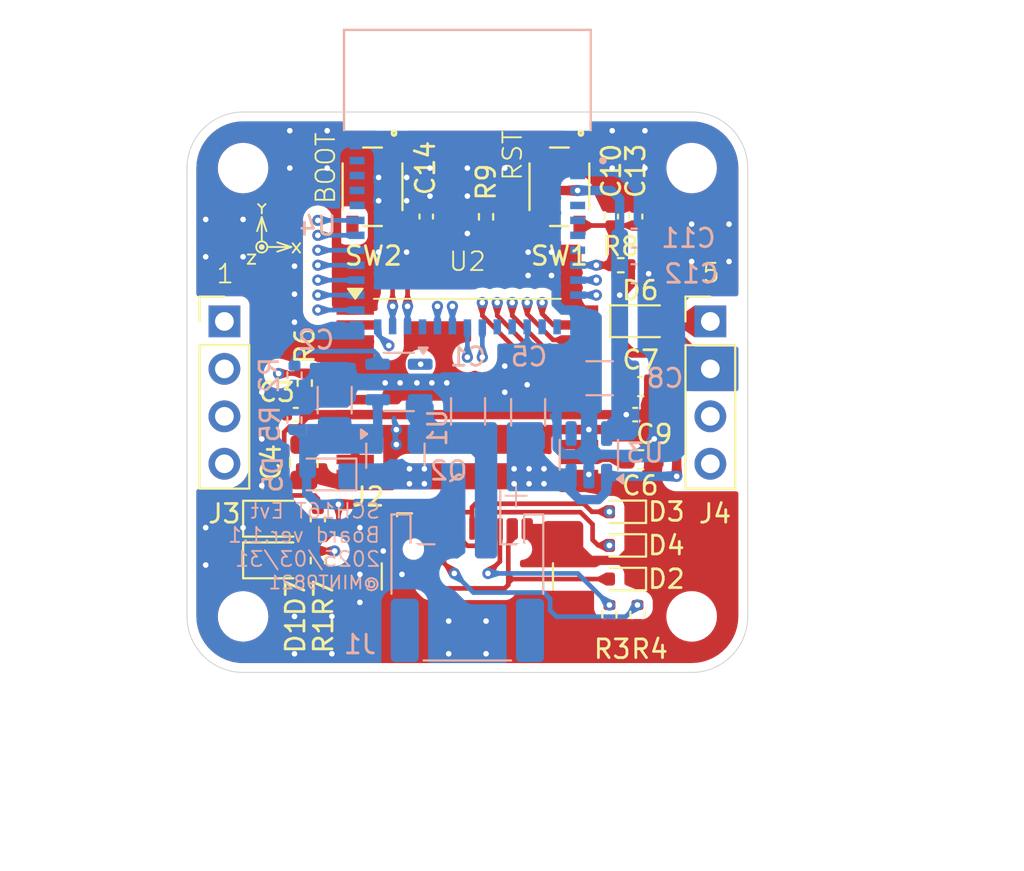
<source format=kicad_pcb>
(kicad_pcb (version 20221018) (generator pcbnew)
  (layers (0 "F.Cu" signal) (1 "In1.Cu" signal) (2 "In2.Cu" signal) (31 "B.Cu" signal) (34 "B.Paste" user) (35 "F.Paste" user) (36 "B.SilkS" user "B.Silkscreen") (37 "F.SilkS" user "F.Silkscreen") (38 "B.Mask" user) (39 "F.Mask" user) (44 "Edge.Cuts" user))
  (net 0 "")
  (net 1 "+BATT")
  (net 2 "GND")
  (net 3 "VBUS")
  (net 4 "+3.3V")
  (net 5 "Net-(U2-VREGA)")
  (net 6 "VDD")
  (net 7 "Net-(U2-VREGD)")
  (net 8 "/EN")
  (net 9 "/IO9")
  (net 10 "Net-(D1-K)")
  (net 11 "/DM")
  (net 12 "/DP")
  (net 13 "+5V")
  (net 14 "Net-(D7-A)")
  (net 15 "Net-(J2-CC1)")
  (net 17 "Net-(J2-CC2)")
  (net 19 "/RX_1")
  (net 20 "/TX_1")
  (net 21 "/PPS")
  (net 22 "/GPIO")
  (net 23 "/TX_2")
  (net 24 "/RX_2")
  (net 25 "Net-(U1-STAT)")
  (net 26 "Net-(U1-PROG)")
  (net 27 "/EXTRESN")
  (net 28 "/IO8")
  (net 34 "/MISO")
  (net 35 "/DRY_SYNC")
  (net 36 "/SCK")
  (net 37 "/CS")
  (net 38 "/MOSI")
  (footprint "Diode_SMD:D_SOD-323" (layer "F.Cu") (at 159.25 96.2)
    (fp_text reference "D6")
    (fp_text value "1N5819WS\n")
  )
  (footprint "Capacitor_SMD:C_0402_1005Metric" (layer "F.Cu") (at 159 90.595 90)
    (fp_text reference "C13")
    (fp_text value "1.0u")
  )
  (footprint "MountingHole:MountingHole_2.2mm_M2_ISO7380" (layer "F.Cu") (at 162 88)
    (fp_text reference "REF**" hide)
    (fp_text value "MountingHole_2.2mm_M2_ISO7380")
  )
  (footprint "Connector_PinHeader_2.54mm:PinHeader_1x04_P2.54mm_Vertical" (layer "F.Cu") (at 137 96.21)
    (fp_text reference "J3")
    (fp_text value "Conn_01x04_Pin")
  )
  (footprint "Resistor_SMD:R_0402_1005Metric" (layer "F.Cu") (at 151 90.61 90)
    (fp_text reference "R9")
    (fp_text value "10k")
  )
  (footprint "Resistor_SMD:R_0402_1005Metric" (layer "F.Cu") (at 141.3 99.51 -90)
    (fp_text reference "R6")
    (fp_text value "10k")
  )
  (footprint "MountingHole:MountingHole_2.2mm_M2_ISO7380" (layer "F.Cu") (at 162 112)
    (fp_text reference "REF**" hide)
    (fp_text value "MountingHole_2.2mm_M2_ISO7380")
  )
  (footprint "Resistor_SMD:R_0402_1005Metric" (layer "F.Cu") (at 142 106.76 -90)
    (fp_text reference "R7")
    (fp_text value "4.7k")
  )
  (footprint "Capacitor_SMD:C_0805_2012Metric" (layer "F.Cu") (at 141.25 103.75 -90)
    (fp_text reference "C4")
    (fp_text value "10u")
  )
  (footprint "Diode_SMD:D_0805_2012Metric" (layer "F.Cu") (at 139.6875 106.77)
    (fp_text reference "D7")
    (fp_text value "LED")
  )
  (footprint "Diode_SMD:D_SOD-523" (layer "F.Cu") (at 158.3 106.4 180)
    (fp_text reference "D3")
    (fp_text value "LESD5D5.0CT1G")
  )
  (footprint "Capacitor_SMD:C_0402_1005Metric" (layer "F.Cu") (at 158.98 101.2)
    (fp_text reference "C9")
    (fp_text value "0.1u")
  )
  (footprint "SKRPACE010:SW_SKRPACE010" (layer "F.Cu") (at 154.925 89 -90)
    (fp_text reference "SW1")
    (fp_text value "SKRPACE010")
  )
  (footprint "Capacitor_SMD:C_0402_1005Metric" (layer "F.Cu") (at 157.7 90.595 90)
    (fp_text reference "C10")
    (fp_text value "0.1u")
  )
  (footprint "Connector_USB:USB_C_Receptacle_GCT_USB4110" (layer "F.Cu") (at 150 111)
    (fp_text reference "J2")
    (fp_text value "USB_C_Receptacle_USB2.0_16P")
  )
  (footprint "Resistor_SMD:R_0402_1005Metric" (layer "F.Cu") (at 157.6 111.9 -90)
    (fp_text reference "R3")
    (fp_text value "5.1k")
  )
  (footprint "SCH16XX:SCH16XX" (layer "F.Cu") (at 150 100)
    (fp_text reference "U2")
    (fp_text value "~")
  )
  (footprint "Capacitor_SMD:C_0603_1608Metric" (layer "F.Cu") (at 159.275 99.7)
    (fp_text reference "C7")
    (fp_text value "1.0u")
  )
  (footprint "SKRPACE010:SW_SKRPACE010" (layer "F.Cu") (at 144.925 89 -90)
    (fp_text reference "SW2")
    (fp_text value "SKRPACE010")
  )
  (footprint "Capacitor_SMD:C_0603_1608Metric" (layer "F.Cu") (at 159.275 103.613)
    (fp_text reference "C6")
    (fp_text value "1.0u")
  )
  (footprint "Diode_SMD:D_SOD-523" (layer "F.Cu") (at 158.3 108.2 180)
    (fp_text reference "D4")
    (fp_text value "LESD5D5.0CT1G")
  )
  (footprint "Diode_SMD:D_SOD-523" (layer "F.Cu") (at 158.3 110 180)
    (fp_text reference "D2")
    (fp_text value "LESD5D5.0CT1G")
  )
  (footprint "Resistor_SMD:R_0402_1005Metric" (layer "F.Cu") (at 142 109.01 90)
    (fp_text reference "R1")
    (fp_text value "4.7k")
  )
  (footprint "Capacitor_SMD:C_0402_1005Metric" (layer "F.Cu") (at 140.82 101.2 180)
    (fp_text reference "C3")
    (fp_text value "0.1u")
  )
  (footprint "Diode_SMD:D_0805_2012Metric" (layer "F.Cu") (at 139.6875 109)
    (fp_text reference "D1")
    (fp_text value "LED")
  )
  (footprint "MountingHole:MountingHole_2.2mm_M2_ISO7380" (layer "F.Cu") (at 138 112)
    (fp_text reference "REF**" hide)
    (fp_text value "MountingHole_2.2mm_M2_ISO7380")
  )
  (footprint "Capacitor_SMD:C_0402_1005Metric" (layer "F.Cu") (at 147.8 90.595 90)
    (fp_text reference "C14")
    (fp_text value "0.1u")
  )
  (footprint "Connector_PinHeader_2.54mm:PinHeader_1x04_P2.54mm_Vertical" (layer "F.Cu") (at 163 96.21)
    (fp_text reference "J4")
    (fp_text value "Conn_01x04_Pin")
  )
  (footprint "Resistor_SMD:R_0402_1005Metric" (layer "F.Cu") (at 159.1 111.9 -90)
    (fp_text reference "R4")
    (fp_text value "5.1k")
  )
  (footprint "Resistor_SMD:R_0402_1005Metric" (layer "F.Cu") (at 158.21 93.2 180)
    (fp_text reference "R8")
    (fp_text value "10k")
  )
  (footprint "MountingHole:MountingHole_2.2mm_M2_ISO7380" (layer "F.Cu") (at 138 88)
    (fp_text reference "REF**" hide)
    (fp_text value "MountingHole_2.2mm_M2_ISO7380")
  )
  (footprint "Capacitor_SMD:C_1206_3216Metric" (layer "B.Cu") (at 157.075 99.25 180)
    (fp_text reference "C8")
    (fp_text value "47u")
  )
  (footprint "Capacitor_SMD:C_1206_3216Metric" (layer "B.Cu") (at 153.25 101.075 90)
    (fp_text reference "C5")
    (fp_text value "1.0u")
  )
  (footprint "Package_TO_SOT_SMD:SOT-23-5" (layer "B.Cu") (at 156.5 103.35 90)
    (fp_text reference "U3")
    (fp_text value "RT9080-33GJ5")
  )
  (footprint "Capacitor_SMD:C_0603_1608Metric" (layer "B.Cu") (at 158.922 91.75)
    (fp_text reference "C11")
    (fp_text value "10u")
  )
  (footprint "Package_TO_SOT_SMD:SOT-23" (layer "B.Cu") (at 146.15 103.4 -90)
    (fp_text reference "Q2")
    (fp_text value "AO3401A")
  )
  (footprint "Connector_JST2:JST_PH_S2B-PH-SM4-TB_1x02-1MP_P2.00mm_Horizontal" (layer "B.Cu") (at 150 109.85 180)
    (fp_text reference "J1")
    (fp_text value "LiPo Conn")
  )
  (footprint "Capacitor_SMD:C_1206_3216Metric" (layer "B.Cu") (at 142.9 100.425 90)
    (fp_text reference "C2")
    (fp_text value "4.7u")
  )
  (footprint "Resistor_SMD:R_0402_1005Metric" (layer "B.Cu") (at 140.75 101.49 90)
    (fp_text reference "R5")
    (fp_text value "100k")
  )
  (footprint "Package_TO_SOT_SMD:SOT-23-5" (layer "B.Cu") (at 146.3375 99.45 180)
    (fp_text reference "U1")
    (fp_text value "MCP73832-2-OT")
  )
  (footprint "Resistor_SMD:R_0402_1005Metric" (layer "B.Cu") (at 140.75 99.09 -90)
    (fp_text reference "R2")
    (fp_text value "2k")
  )
  (footprint "ESP32_C6_MINI_1_N4:XCVR_ESP32-C6-MINI-1-N4" (layer "B.Cu") (at 150 91.6 180)
    (fp_text reference "U4")
    (fp_text value "ESP32-C6-MINI-1-N4")
  )
  (footprint "Capacitor_SMD:C_1206_3216Metric" (layer "B.Cu") (at 150.0375 101.025 90)
    (fp_text reference "C1")
    (fp_text value "4.7u")
  )
  (footprint "Diode_SMD:D_SOD-323" (layer "B.Cu") (at 142.45 104.4 180)
    (fp_text reference "D5")
    (fp_text value "1N5819WS")
  )
  (footprint "Capacitor_SMD:C_0603_1608Metric" (layer "B.Cu") (at 158.925 93.655)
    (fp_text reference "C12")
    (fp_text value "0.1u")
  )
  (gr_circle (center 139 92.225) (end 139 92.225) (stroke (width 0.1)) (fill none) (layer "F.SilkS"))
  (gr_line (start 138.25 92.625) (end 138.65 92.625) (stroke (width 0.1)) (layer "F.SilkS"))
  (gr_line (start 138.8 89.925) (end 139 90.125) (stroke (width 0.1)) (layer "F.SilkS"))
  (gr_line (start 141.05 92.025) (end 140.65 92.525) (stroke (width 0.1)) (layer "F.SilkS"))
  (gr_circle (center 139 92.225) (end 139 91.925) (stroke (width 0.1)) (fill none) (layer "F.SilkS"))
  (gr_line (start 139 90.625) (end 139 91.925) (stroke (width 0.1)) (layer "F.SilkS"))
  (gr_line (start 139 90.125) (end 139 90.425) (stroke (width 0.1)) (layer "F.SilkS"))
  (gr_line (start 139 90.125) (end 139.2 89.925) (stroke (width 0.1)) (layer "F.SilkS"))
  (gr_line (start 138.65 92.625) (end 138.25 93.125) (stroke (width 0.1)) (layer "F.SilkS"))
  (gr_line (start 138.25 93.125) (end 138.65 93.125) (stroke (width 0.1)) (layer "F.SilkS"))
  (gr_line (start 140.65 92.025) (end 141.05 92.525) (stroke (width 0.1)) (layer "F.SilkS"))
  (gr_line (start 140.575 92.225) (end 139.825 91.975) (stroke (width 0.1)) (layer "F.SilkS"))
  (gr_circle (center 139 92.225) (end 139 92.125) (stroke (width 0.1)) (fill none) (layer "F.SilkS"))
  (gr_line (start 139 90.625) (end 138.75 91.375) (stroke (width 0.1)) (layer "F.SilkS"))
  (gr_line (start 140.575 92.225) (end 139.3 92.225) (stroke (width 0.1)) (layer "F.SilkS"))
  (gr_line (start 139 90.625) (end 139.25 91.375) (stroke (width 0.1)) (layer "F.SilkS"))
  (gr_line (start 140.575 92.225) (end 139.825 92.475) (stroke (width 0.1)) (layer "F.SilkS"))
  (gr_arc (start 135 88) (mid 135.87868 85.87868) (end 138 85) (stroke (width 0.05)) (layer "Edge.Cuts"))
  (gr_arc (start 162 85) (mid 164.12132 85.87868) (end 165 88) (stroke (width 0.05)) (layer "Edge.Cuts"))
  (gr_arc (start 165 112) (mid 164.12132 114.12132) (end 162 115) (stroke (width 0.05)) (layer "Edge.Cuts"))
  (gr_line (start 162 115) (end 138 115) (stroke (width 0.05)) (layer "Edge.Cuts"))
  (gr_line (start 138 85) (end 162 85) (stroke (width 0.05)) (layer "Edge.Cuts"))
  (gr_arc (start 138 115) (mid 135.87868 114.12132) (end 135 112) (stroke (width 0.05)) (layer "Edge.Cuts"))
  (gr_line (start 165 88) (end 165 112) (stroke (width 0.05)) (layer "Edge.Cuts"))
  (gr_line (start 135 112) (end 135 88) (stroke (width 0.05)) (layer "Edge.Cuts"))
  (gr_text "+" (at 153.6 106.3) (layer "B.SilkS") (effects (font (size 1.5 1.5) (thickness 0.1)) (justify left bottom mirror)))
  (gr_text "@MINT9821" (at 145.4 110.6) (layer "B.SilkS") (effects (font (size 0.7 0.7) (thickness 0.1)) (justify left bottom mirror)))
  (gr_text "SCH16T Evt\nBoard ver.1.1\n2025/03/31" (at 145.4 109.4) (layer "B.SilkS") (effects (font (size 0.8 0.8) (thickness 0.1)) (justify left bottom mirror)))
  (gr_text "RST" (at 153 88.75 90) (layer "F.SilkS") (effects (font (size 1 1) (thickness 0.1)) (justify left bottom)))
  (gr_text "5" (at 162.5 94.2) (layer "F.SilkS") (effects (font (size 1 1) (thickness 0.1)) (justify left bottom)))
  (gr_text "BOOT" (at 143 90 90) (layer "F.SilkS") (effects (font (size 1 1) (thickness 0.1)) (justify left bottom)))
  (gr_text "1" (at 136.5 94.25) (layer "F.SilkS") (effects (font (size 1 1) (thickness 0.1)) (justify left bottom)))
  (segment (start 156 102) (end 159.5 102) (width 0.5) (layer "F.Cu") (net 2))
  (segment (start 155.11 107.895) (end 156.215 109) (width 0.5) (layer "F.Cu") (net 2))
  (segment (start 146.4 99.1) (end 146.1 98.8) (width 0.5) (layer "F.Cu") (net 2))
  (segment (start 144 102) (end 146.2 102) (width 0.5) (layer "F.Cu") (net 2))
  (segment (start 144 98) (end 144 98.8) (width 0.5) (layer "F.Cu") (net 2))
  (segment (start 160.201388 97.2) (end 159.53 96.528612) (width 0.5) (layer "F.Cu") (net 2))
  (segment (start 159.5 102) (end 160 102.5) (width 0.5) (layer "F.Cu") (net 2))
  (segment (start 142.5 88) (end 143 88.5) (width 0.5) (layer "F.Cu") (net 2))
  (segment (start 144 100.4) (end 146.2 100.4) (width 0.5) (layer "F.Cu") (net 2))
  (segment (start 161.45 97.2) (end 160.201388 97.2) (width 0.5) (layer "F.Cu") (net 2))
  (segment (start 163 98.75) (end 161.45 97.2) (width 0.5) (layer "F.Cu") (net 2))
  (segment (start 143 88.5) (end 143 95) (width 0.5) (layer "F.Cu") (net 2))
  (segment (start 143 95) (end 143.6 95.6) (width 0.5) (layer "F.Cu") (net 2))
  (segment (start 159.53 96.528612) (end 159.53 93.825) (width 0.5) (layer "F.Cu") (net 2))
  (segment (start 146.4 100.2) (end 146.2 100.4) (width 0.5) (layer "F.Cu") (net 2))
  (segment (start 146.4 99.1) (end 146.4 99.5) (width 0.5) (layer "F.Cu") (net 2))
  (segment (start 146.2 102) (end 156 102) (width 0.5) (layer "F.Cu") (net 2))
  (segment (start 150 89.5) (end 150 91.5) (width 0.5) (layer "F.Cu") (net 2))
  (segment (start 146.4 99.5) (end 146.4 100.2) (width 0.5) (layer "F.Cu") (net 2))
  (segment (start 146.1 98.8) (end 144 98.8) (width 0.5) (layer "F.Cu") (net 2))
  (segment (start 156.215 109) (end 158.2 109) (width 0.5) (layer "F.Cu") (net 2))
  (segment (start 159.53 93.825) (end 159.7 93.655) (width 0.5) (layer "F.Cu") (net 2))
  (segment (start 143.6 95.6) (end 144 95.6) (width 0.5) (layer "F.Cu") (net 2))
  (segment (start 158.2 109) (end 159 108.2) (width 0.5) (layer "F.Cu") (net 2))
  (via (at 146.2 102) (size 0.6) (drill 0.3) (layers "F.Cu" "B.Cu") (net 2))
  (via (at 150 89.5) (size 0.6) (drill 0.3) (layers "F.Cu" "B.Cu") (net 2))
  (via (at 151 114) (size 0.6) (drill 0.3) (layers "F.Cu" "B.Cu") (net 2))
  (via (at 148.9 99.5) (size 0.6) (drill 0.3) (layers "F.Cu" "B.Cu") (net 2))
  (via (at 162 91) (size 0.6) (drill 0.3) (layers "F.Cu" "B.Cu") (net 2))
  (via (at 145.25 89.75) (size 0.6) (drill 0.3) (layers "F.Cu" "B.Cu") (net 2))
  (via (at 148.1 99.5) (size 0.6) (drill 0.3) (layers "F.Cu" "B.Cu") (net 2))
  (via (at 146.75 88.5) (size 0.6) (drill 0.3) (layers "F.Cu" "B.Cu") (net 2))
  (via (at 139 102.5) (size 0.6) (drill 0.3) (layers "F.Cu" "B.Cu") (net 2))
  (via (at 140.5 86) (size 0.6) (drill 0.3) (layers "F.Cu" "B.Cu") (net 2))
  (via (at 140.5 88) (size 0.6) (drill 0.3) (layers "F.Cu" "B.Cu") (net 2))
  (via (at 144.25 111.25) (size 0.6) (drill 0.3) (layers "F.Cu" "B.Cu") (net 2))
  (via (at 138 90.75) (size 0.6) (drill 0.3) (layers "F.Cu" "B.Cu") (net 2))
  (via (at 162 93) (size 0.6) (drill 0.3) (layers "F.Cu" "B.Cu") (net 2))
  (via (at 146.5 109.75) (size 0.6) (drill 0.3) (layers "F.Cu" "B.Cu") (net 2))
  (via (at 154.5 93.75) (size 0.6) (drill 0.3) (layers "F.Cu" "B.Cu") (net 2))
  (via (at 153.25 92.5) (size 0.6) (drill 0.3) (layers "F.Cu" "B.Cu") (net 2))
  (via (at 145.25 92.5) (size 0.6) (drill 0.3) (layers "F.Cu" "B.Cu") (net 2))
  (via (at 145.6 99.5) (size 0.6) (drill 0.3) (layers "F.Cu" "B.Cu") (net 2))
  (via (at 151 112.25) (size 0.6) (drill 0.3) (layers "F.Cu" "B.Cu") (net 2))
  (via (at 144.25 109.75) (size 0.6) (drill 0.3) (layers "F.Cu" "B.Cu") (net 2))
  (via (at 146.75 89.75) (size 0.6) (drill 0.3) (layers "F.Cu" "B.Cu") (net 2))
  (via (at 156.5 102) (size 0.6) (drill 0.3) (layers "F.Cu" "B.Cu") (net 2))
  (via (at 148 88) (size 0.6) (drill 0.3) (layers "F.Cu" "B.Cu") (net 2))
  (via (at 157.75 86) (size 0.6) (drill 0.3) (layers "F.Cu" "B.Cu") (net 2))
  (via (at 145.25 88.5) (size 0.6) (drill 0.3) (layers "F.Cu" "B.Cu") (net 2))
  (via (at 150 88) (size 0.6) (drill 0.3) (layers "F.Cu" "B.Cu") (net 2))
  (via (at 159.7 93.655) (size 0.6) (drill 0.3) (layers "F.Cu" "B.Cu") (net 2))
  (via (at 136 90.75) (size 0.6) (drill 0.3) (layers "F.Cu" "B.Cu") (net 2))
  (via (at 148 89.5) (size 0.6) (drill 0.3) (layers "F.Cu" "B.Cu") (net 2))
  (via (at 138 107.25) (size 0.6) (drill 0.3) (layers "F.Cu" "B.Cu") (net 2))
  (via (at 150 91.5) (size 0.6) (drill 0.3) (layers "F.Cu" "B.Cu") (net 2))
  (via (at 140.75 94.75) (size 0.6) (drill 0.3) (layers "F.Cu" "B.Cu") (net 2))
  (via (at 149 112.25) (size 0.6) (drill 0.3) (layers "F.Cu" "B.Cu") (net 2))
  (via (at 140.75 114) (size 0.6) (drill 0.3) (layers "F.Cu" "B.Cu") (net 2))
  (via (at 152 98.6) (size 0.6) (drill 0.3) (layers "F.Cu" "B.Cu") (net 2))
  (via (at 146.4 99.5) (size 0.6) (drill 0.3) (layers "F.Cu" "B.Cu") (net 2))
  (via (at 140.75 96.25) (size 0.6) (drill 0.3) (layers "F.Cu" "B.Cu") (net 2))
  (via (at 152 88) (size 0.6) (drill 0.3) (layers "F.Cu" "B.Cu") (net 2))
  (via (at 159.5 88) (size 0.6) (drill 0.3) (layers "F.Cu" "B.Cu") (net 2))
  (via (at 153.25 93.75) (size 0.6) (drill 0.3) (layers "F.Cu" "B.Cu") (net 2))
  (via (at 139 100) (size 0.6) (drill 0.3) (layers "F.Cu" "B.Cu") (net 2))
  (via (at 144.25 107.25) (size 0.6) (drill 0.3) (layers "F.Cu" "B.Cu") (net 2))
  (via (at 139 105) (size 0.6) (drill 0.3) (layers "F.Cu" "B.Cu") (net 2))
  (via (at 146.2 102.8) (size 0.6) (drill 0.3) (layers "F.Cu" "B.Cu") (net 2))
  (via (at 142.75 114) (size 0.6) (drill 0.3) (layers "F.Cu" "B.Cu") (net 2))
  (via (at 136 109.25) (size 0.6) (drill 0.3) (layers "F.Cu" "B.Cu") (net 2))
  (via (at 149 114) (size 0.6) (drill 0.3) (layers "F.Cu" "B.Cu") (net 2))
  (via (at 147.3 99.5) (size 0.6) (drill 0.3) (layers "F.Cu" "B.Cu") (net 2))
  (via (at 157.75 88) (size 0.6) (drill 0.3) (layers "F.Cu" "B.Cu") (net 2))
  (via (at 142.75 112) (size 0.6) (drill 0.3) (layers "F.Cu" "B.Cu") (net 2))
  (via (at 164 91) (size 0.6) (drill 0.3) (layers "F.Cu" "B.Cu") (net 2))
  (via (at 160 102.5) (size 0.6) (drill 0.3) (layers "F.Cu" "B.Cu") (net 2))
  (via (at 153.2 99.6) (size 0.6) (drill 0.3) (layers "F.Cu" "B.Cu") (net 2))
  (via (at 154.5 92.5) (size 0.6) (drill 0.3) (layers "F.Cu" "B.Cu") (net 2))
  (via (at 140.75 112) (size 0.6) (drill 0.3) (layers "F.Cu" "B.Cu") (net 2))
  (via (at 142.5 86) (size 0.6) (drill 0.3) (layers "F.Cu" "B.Cu") (net 2))
  (via (at 138 92.75) (size 0.6) (drill 0.3) (layers "F.Cu" "B.Cu") (net 2))
  (via (at 136 92.75) (size 0.6) (drill 0.3) (layers "F.Cu" "B.Cu") (net 2))
  (via (at 142.5 88) (size 0.6) (drill 0.3) (layers "F.Cu" "B.Cu") (net 2))
  (via (at 164 93) (size 0.6) (drill 0.3) (layers "F.Cu" "B.Cu") (net 2))
  (via (at 152 100) (size 0.6) (drill 0.3) (layers "F.Cu" "B.Cu") (net 2))
  (via (at 136 107.25) (size 0.6) (drill 0.3) (layers "F.Cu" "B.Cu") (net 2))
  (via (at 145.5 108.5) (size 0.6) (drill 0.3) (layers "F.Cu" "B.Cu") (net 2))
  (via (at 146.75 92.5) (size 0.6) (drill 0.3) (layers "F.Cu" "B.Cu") (net 2))
  (via (at 159.5 86) (size 0.6) (drill 0.3) (layers "F.Cu" "B.Cu") (net 2))
  (via (at 156.5 104.4) (size 0.6) (drill 0.3) (layers "F.Cu" "B.Cu") (net 2))
  (via (at 140.75 93.25) (size 0.6) (drill 0.3) (layers "F.Cu" "B.Cu") (net 2))
  (segment (start 156.325 102.8) (end 156.325 102.952684) (width 0.5) (layer "B.Cu") (net 2))
  (segment (start 154.75 94) (end 154.75 95.25) (width 0.5) (layer "B.Cu") (net 2))
  (segment (start 155.6 99.25) (end 156.5 100.15) (width 0.5) (layer "B.Cu") (net 2))
  (segment (start 145.65 99.45) (end 145.6 99.5) (width 0.5) (layer "B.Cu") (net 2))
  (segment (start 157.3 103.325) (end 159.175 103.325) (width 0.5) (layer "B.Cu") (net 2))
  (segment (start 155.6 99.25) (end 156.7 100.35) (width 0.5) (layer "B.Cu") (net 2))
  (segment (start 154.75 95.25) (end 155.1 95.6) (width 0.5) (layer "B.Cu") (net 2))
  (segment (start 148.340184 99.55) (end 150.0375 99.55) (width 0.5) (layer "B.Cu") (net 2))
  (segment (start 153.075 93.575) (end 151.975 93.575) (width 0.25) (layer "B.Cu") (net 2))
  (segment (start 155.147316 103.325) (end 155.9 103.325) (width 0.5) (layer "B.Cu") (net 2))
  (segment (start 144.6 99.65) (end 145.45 99.65) (width 0.5) (layer "B.Cu") (net 2))
  (segment (start 159.175 103.325) (end 159.4 103.1) (width 0.5) (layer "B.Cu") (net 2))
  (segment (start 155.6 99.25) (end 154.8 100.05) (width 0.5) (layer "B.Cu") (net 2))
  (segment (start 153.2 99.55) (end 153.2 99.55) (width 0.25) (layer "B.Cu") (net 2))
  (segment (start 147.3 99.5) (end 148.1 99.5) (width 0.5) (layer "B.Cu") (net 2))
  (segment (start 147.475 99.45) (end 147.35 99.45) (width 0.5) (layer "B.Cu") (net 2))
  (segment (start 156.7 102.977684) (end 157.047316 103.325) (width 0.5) (layer "B.Cu") (net 2))
  (segment (start 156.5 103.8) (end 156.025 103.325) (width 0.5) (layer "B.Cu") (net 2))
  (segment (start 154.5 93.75) (end 154.75 94) (width 0.5) (layer "B.Cu") (net 2))
  (segment (start 156.7 100.35) (end 156.7 102.9) (width 0.5) (layer "B.Cu") (net 2))
  (segment (start 148.05 99.45) (end 148.1 99.5) (width 0.5) (layer "B.Cu") (net 2))
  (segment (start 155.147316 103.325) (end 157.3 103.325) (width 0.5) (layer "B.Cu") (net 2))
  (segment (start 156.5 103.5) (end 156.5 103.8) (width 0.5) (layer "B.Cu") (net 2))
  (segment (start 155.9 103.325) (end 156.325 103.325) (width 0.5) (layer "B.Cu") (net 2))
  (segment (start 156.5 103.8) (end 156.5 104.4875) (width 0.5) (layer "B.Cu") (net 2))
  (segment (start 156.7 102.9) (end 156.7 102.977684) (width 0.5) (layer "B.Cu") (net 2))
  (segment (start 156.025 103.325) (end 155.9 103.325) (width 0.5) (layer "B.Cu") (net 2))
  (segment (start 148.9 99.5) (end 148.95 99.45) (width 0.5) (layer "B.Cu") (net 2))
  (segment (start 148.65 99.25) (end 148.9 99.5) (width 0.5) (layer "B.Cu") (net 2))
  (segment (start 147.35 99.45) (end 147.3 99.5) (width 0.5) (layer "B.Cu") (net 2))
  (segment (start 156.5 102) (end 156.5 104.4) (width 0.5) (layer "B.Cu") (net 2))
  (segment (start 148.95 99.45) (end 149.9375 99.45) (width 0.5) (layer "B.Cu") (net 2))
  (segment (start 153.2 99.6) (end 153.25 99.6) (width 0.25) (layer "B.Cu") (net 2))
  (segment (start 147.3 99.5) (end 147.25 99.45) (width 0.5) (layer "B.Cu") (net 2))
  (segment (start 156.7 102.9) (end 156.7 103.3) (width 0.5) (layer "B.Cu") (net 2))
  (segment (start 142.9 98.95) (end 143.2 99.25) (width 0.5) (layer "B.Cu") (net 2))
  (segment (start 154.8 100.05) (end 154.875 99.975) (width 0.5) (layer "B.Cu") (net 2))
  (segment (start 153.2 96.5) (end 153.2 99.55) (width 0.25) (layer "B.Cu") (net 2))
  (segment (start 155.1 95.6) (end 155.9 95.6) (width 0.5) (layer "B.Cu") (net 2))
  (segment (start 156.5 104.4) (end 156.5 104.4875) (width 0.5) (layer "B.Cu") (net 2))
  (segment (start 143.45 99.5) (end 145.6 99.5) (width 0.5) (layer "B.Cu") (net 2))
  (segment (start 148.1 99.5) (end 148.15 99.45) (width 0.5) (layer "B.Cu") (net 2))
  (segment (start 153.2 99.55) (end 153.2 99.6) (width 0.25) (layer "B.Cu") (net 2))
  (segment (start 156.325 102.952684) (end 155.952684 103.325) (width 0.5) (layer "B.Cu") (net 2))
  (segment (start 156.325 103.325) (end 156.5 103.5) (width 0.5) (layer "B.Cu") (net 2))
  (segment (start 149.9375 99.45) (end 150.0375 99.55) (width 0.5) (layer "B.Cu") (net 2))
  (segment (start 143.5 99.55) (end 142.9 98.95) (width 0.5) (layer "B.Cu") (net 2))
  (segment (start 145.45 99.65) (end 145.6 99.5) (width 0.5) (layer "B.Cu") (net 2))
  (segment (start 143.6 99.65) (end 144.6 99.65) (width 0.5) (layer "B.Cu") (net 2))
  (segment (start 155.6 99.25) (end 156.325 99.975) (width 0.5) (layer "B.Cu") (net 2))
  (segment (start 156.975 103.325) (end 157.3 103.325) (width 0.5) (layer "B.Cu") (net 2))
  (segment (start 144.6 99.65) (end 148.240184 99.65) (width 0.5) (layer "B.Cu") (net 2))
  (segment (start 156.5 103.8) (end 156.975 103.325) (width 0.5) (layer "B.Cu") (net 2))
  (segment (start 148.1 99.5) (end 148.9 100.3) (width 0.5) (layer "B.Cu") (net 2))
  (segment (start 148.85 99.45) (end 148.9 99.5) (width 0.5) (layer "B.Cu") (net 2))
  (segment (start 143.2 99.25) (end 148.65 99.25) (width 0.5) (layer "B.Cu") (net 2))
  (segment (start 156.5 100.15) (end 156.5 102) (width 0.5) (layer "B.Cu") (net 2))
  (segment (start 156.325 102.8) (end 156.325 103.325) (width 0.5) (layer "B.Cu") (net 2))
  (segment (start 156.7 103.3) (end 156.5 103.5) (width 0.5) (layer "B.Cu") (net 2))
  (segment (start 154.875 99.975) (end 156.325 99.975) (width 0.5) (layer "B.Cu") (net 2))
  (segment (start 153.25 99.6) (end 153.25 99.6) (width 0.25) (layer "B.Cu") (net 2))
  (segment (start 148.15 99.45) (end 148.85 99.45) (width 0.5) (layer "B.Cu") (net 2))
  (segment (start 150.0375 99.55) (end 143.5 99.55) (width 0.5) (layer "B.Cu") (net 2))
  (segment (start 156.325 99.975) (end 156.325 102.8) (width 0.5) (layer "B.Cu") (net 2))
  (segment (start 157.047316 103.325) (end 157.3 103.325) (width 0.5) (layer "B.Cu") (net 2))
  (segment (start 155.952684 103.325) (end 155.9 103.325) (width 0.5) (layer "B.Cu") (net 2))
  (segment (start 154.8 100.05) (end 154.8 102.977684) (width 0.5) (layer "B.Cu") (net 2))
  (segment (start 147.25 99.45) (end 145.65 99.45) (width 0.5) (layer "B.Cu") (net 2))
  (segment (start 142.9 98.95) (end 143.45 99.5) (width 0.5) (layer "B.Cu") (net 2))
  (segment (start 160 102.5) (end 159.4 103.1) (width 0.5) (layer "B.Cu") (net 2))
  (segment (start 148.9 100.3) (end 148.9 99.5) (width 0.5) (layer "B.Cu") (net 2))
  (segment (start 147.475 99.45) (end 148.05 99.45) (width 0.5) (layer "B.Cu") (net 2))
  (segment (start 153.25 93.75) (end 153.075 93.575) (width 0.25) (layer "B.Cu") (net 2))
  (segment (start 148.240184 99.65) (end 148.340184 99.55) (width 0.5) (layer "B.Cu") (net 2))
  (segment (start 143.5 99.55) (end 143.6 99.65) (width 0.5) (layer "B.Cu") (net 2))
  (segment (start 154.8 102.977684) (end 155.147316 103.325) (width 0.5) (layer "B.Cu") (net 2))
  (segment (start 152.4 107.32) (end 152.4 107.895051) (width 0.25) (layer "F.Cu") (net 3))
  (segment (start 152.4 110) (end 157.6 110) (width 0.25) (layer "F.Cu") (net 3))
  (segment (start 152.19 109.8) (end 152.2 109.8) (width 0.25) (layer "F.Cu") (net 3))
  (segment (start 152.19 109.985051) (end 152.204949 110) (width 0.25) (layer "F.Cu") (net 3))
  (segment (start 141.025001 107.9) (end 142.4 107.9) (width 0.25) (layer "F.Cu") (net 3))
  (segment (start 148 110.5) (end 149.8 110.5) (width 0.25) (layer "F.Cu") (net 3))
  (segment (start 147.8 110.3) (end 148 110.5) (width 0.25) (layer "F.Cu") (net 3))
  (segment (start 152.204949 110) (end 152.4 110) (width 0.25) (layer "F.Cu") (net 3))
  (segment (start 140.625 108.300001) (end 141.025001 107.9) (width 0.25) (layer "F.Cu") (net 3))
  (segment (start 152.19 109.8) (end 152.19 109.985051) (width 0.25) (layer "F.Cu") (net 3))
  (segment (start 152.4 107.895051) (end 152.19 108.105051) (width 0.25) (layer "F.Cu") (net 3))
  (segment (start 152 110.5) (end 150.2 110.5) (width 0.25) (layer "F.Cu") (net 3))
  (segment (start 149.8 110.5) (end 150 110.5) (width 0.25) (layer "F.Cu") (net 3))
  (segment (start 143.1 107.2) (end 143.1 106) (width 0.25) (layer "F.Cu") (net 3))
  (segment (start 152.2 109.8) (end 152.4 110) (width 0.25) (layer "F.Cu") (net 3))
  (segment (start 152.19 109.985051) (end 152.19 110.31) (width 0.25) (layer "F.Cu") (net 3))
  (segment (start 147.6 107.32) (end 147.6 107.895051) (width 0.25) (layer "F.Cu") (net 3))
  (segment (start 152.19 110.31) (end 152.19 110.21) (width 0.25) (layer "F.Cu") (net 3))
  (segment (start 147.8 110.02) (end 147.8 110.3) (width 0.25) (layer "F.Cu") (net 3))
  (segment (start 152.19 110.21) (end 152.4 110) (width 0.25) (layer "F.Cu") (net 3))
  (segment (start 147.6 107.32) (end 147.6 106.692316) (width 0.5) (layer "F.Cu") (net 3))
  (segment (start 146.907684 106) (end 143.1 106) (width 0.5) (layer "F.Cu") (net 3))
  (segment (start 147.6 107.895051) (end 147.81 108.105051) (width 0.25) (layer "F.Cu") (net 3))
  (segment (start 147.6 106.692316) (end 146.907684 106) (width 0.5) (layer "F.Cu") (net 3))
  (segment (start 150.2 110.5) (end 150 110.5) (width 0.25) (layer "F.Cu") (net 3))
  (segment (start 147.81 108.105051) (end 147.81 110.01) (width 0.25) (layer "F.Cu") (net 3))
  (segment (start 142.4 107.9) (end 143.1 107.2) (width 0.25) (layer "F.Cu") (net 3))
  (segment (start 152.19 110.31) (end 152 110.5) (width 0.25) (layer "F.Cu") (net 3))
  (segment (start 140.625 109) (end 140.625 108.300001) (width 0.25) (layer "F.Cu") (net 3))
  (segment (start 152.19 108.105051) (end 152.19 109.8) (width 0.25) (layer "F.Cu") (net 3))
  (segment (start 147.81 110.01) (end 147.8 110.02) (width 0.25) (layer "F.Cu") (net 3))
  (via (at 143.1 106) (size 0.6) (drill 0.3) (layers "F.Cu" "B.Cu") (net 3))
  (segment (start 142 106) (end 141.4 105.4) (width 0.5) (layer "B.Cu") (net 3))
  (segment (start 143.1 106) (end 142 106) (width 0.5) (layer "B.Cu") (net 3))
  (segment (start 141.4 105.4) (end 141.4 104.4) (width 0.5) (layer "B.Cu") (net 3))
  (segment (start 145.2 102.4625) (end 145.2 100.4) (width 0.5) (layer "B.Cu") (net 3))
  (segment (start 140.974999 101.835) (end 140.5 101.835) (width 0.25) (layer "F.Cu") (net 4))
  (segment (start 141.3 101.509999) (end 140.974999 101.835) (width 0.25) (layer "F.Cu") (net 4))
  (segment (start 141.3 101.2) (end 144 101.2) (width 0.5) (layer "F.Cu") (net 4))
  (segment (start 152.5 90.1) (end 151 90.1) (width 0.5) (layer "F.Cu") (net 4))
  (segment (start 158.72 94.23) (end 158.72 93.2) (width 0.5) (layer "F.Cu") (net 4))
  (segment (start 140.5 101.835) (end 140.2 102.135) (width 0.25) (layer "F.Cu") (net 4))
  (segment (start 158.15 94.8) (end 158.72 94.23) (width 0.5) (layer "F.Cu") (net 4))
  (segment (start 140.525 105.525) (end 141.825 105.525) (width 0.25) (layer "F.Cu") (net 4))
  (segment (start 155.9 89.2) (end 153.4 89.2) (width 0.5) (layer "F.Cu") (net 4))
  (segment (start 140.2 105.2) (end 140.525 105.525) (width 0.25) (layer "F.Cu") (net 4))
  (segment (start 142 105.7) (end 142 106.25) (width 0.25) (layer "F.Cu") (net 4))
  (segment (start 158.5 101.2) (end 156 101.2) (width 0.5) (layer "F.Cu") (net 4))
  (segment (start 158.5 99.7) (end 158.5 101.2) (width 0.5) (layer "F.Cu") (net 4))
  (segment (start 140.2 102.135) (end 140.2 105.2) (width 0.25) (layer "F.Cu") (net 4))
  (segment (start 144 101.2) (end 156 101.2) (width 0.5) (layer "F.Cu") (net 4))
  (segment (start 141.3 100.02) (end 141.3 101.2) (width 0.5) (layer "F.Cu") (net 4))
  (segment (start 153.4 89.2) (end 152.5 90.1) (width 0.5) (layer "F.Cu") (net 4))
  (segment (start 141.825 105.525) (end 142 105.7) (width 0.25) (layer "F.Cu") (net 4))
  (segment (start 141.3 101.2) (end 141.3 101.509999) (width 0.25) (layer "F.Cu") (net 4))
  (via (at 155.9 89.2) (size 0.6) (drill 0.3) (layers "F.Cu" "B.Cu") (net 4))
  (via (at 158.5 101.2) (size 0.6) (drill 0.3) (layers "F.Cu" "B.Cu") (net 4))
  (via (at 158.15 94.8) (size 0.6) (drill 0.3) (layers "F.Cu" "B.Cu") (net 4))
  (segment (start 155.9 89.2) (end 157.7 89.2) (width 0.5) (layer "B.Cu") (net 4))
  (segment (start 157.7 89.2) (end 158.147 89.647) (width 0.5) (layer "B.Cu") (net 4))
  (segment (start 158.147 89.647) (end 158.147 91.75) (width 0.5) (layer "B.Cu") (net 4))
  (segment (start 144 103.6) (end 144 102.8) (width 0.2) (layer "F.Cu") (net 5))
  (segment (start 144 102.8) (end 141.25 102.8) (width 0.2) (layer "F.Cu") (net 5))
  (segment (start 158.8 97.9) (end 160.4 97.9) (width 0.5) (layer "F.Cu") (net 6))
  (segment (start 158.2 97.3) (end 158.8 97.9) (width 0.5) (layer "F.Cu") (net 6))
  (segment (start 161.2 98.7) (end 161.2 104.5) (width 0.5) (layer "F.Cu") (net 6))
  (segment (start 160.4 97.9) (end 161.2 98.7) (width 0.5) (layer "F.Cu") (net 6))
  (segment (start 158.2 96.2) (end 158.2 97.3) (width 0.5) (layer "F.Cu") (net 6))
  (via (at 161.2 104.5) (size 0.6) (drill 0.3) (layers "F.Cu" "B.Cu") (net 6))
  (via (at 147.7 104.1) (size 0.6) (drill 0.3) (layers "F.Cu" "B.Cu") (net 6))
  (via (at 152.5 104.9) (size 0.6) (drill 0.3) (layers "F.Cu" "B.Cu") (net 6))
  (via (at 152.5 104.1) (size 0.6) (drill 0.3) (layers "F.Cu" "B.Cu") (net 6))
  (via (at 146.9 104.9) (size 0.6) (drill 0.3) (layers "F.Cu" "B.Cu") (net 6))
  (via (at 154.1 104.1) (size 0.6) (drill 0.3) (layers "F.Cu" "B.Cu") (net 6))
  (via (at 153.3 104.1) (size 0.6) (drill 0.3) (layers "F.Cu" "B.Cu") (net 6))
  (via (at 153.3 104.9) (size 0.6) (drill 0.3) (layers "F.Cu" "B.Cu") (net 6))
  (via (at 147.7 104.9) (size 0.6) (drill 0.3) (layers "F.Cu" "B.Cu") (net 6))
  (via (at 146.9 104.1) (size 0.6) (drill 0.3) (layers "F.Cu" "B.Cu") (net 6))
  (via (at 154.1 104.9) (size 0.6) (drill 0.3) (layers "F.Cu" "B.Cu") (net 6))
  (segment (start 161.2 104.5) (end 157.4625 104.5) (width 0.5) (layer "B.Cu") (net 6))
  (segment (start 157.4625 104.5) (end 157.45 104.4875) (width 0.5) (layer "B.Cu") (net 6))
  (segment (start 156 105.75) (end 155.55 105.3) (width 0.5) (layer "B.Cu") (net 6))
  (segment (start 157 105.75) (end 156 105.75) (width 0.5) (layer "B.Cu") (net 6))
  (segment (start 157.45 105.3) (end 157 105.75) (width 0.5) (layer "B.Cu") (net 6))
  (segment (start 154.1 104.9) (end 155.15 104.9) (width 0.5) (layer "B.Cu") (net 6))
  (segment (start 155.55 105.3) (end 155.55 104.4875) (width 0.5) (layer "B.Cu") (net 6))
  (segment (start 157.45 104.4875) (end 157.45 105.3) (width 0.5) (layer "B.Cu") (net 6))
  (segment (start 155.15 104.9) (end 155.55 105.3) (width 0.5) (layer "B.Cu") (net 6))
  (segment (start 156.013 103.613) (end 156 103.6) (width 0.25) (layer "F.Cu") (net 7))
  (segment (start 158.5 103.613) (end 156.013 103.613) (width 0.25) (layer "F.Cu") (net 7))
  (segment (start 156 103.6) (end 156 102.8) (width 0.25) (layer "F.Cu") (net 7))
  (segment (start 157.7 91.075) (end 157.7 93.2) (width 0.25) (layer "F.Cu") (net 8))
  (segment (start 157.7 93.2) (end 156.9 93.2) (width 0.25) (layer "F.Cu") (net 8))
  (segment (start 159 91.075) (end 156 91.075) (width 0.25) (layer "F.Cu") (net 8))
  (via (at 156.9 93.2) (size 0.6) (drill 0.3) (layers "F.Cu" "B.Cu") (net 8))
  (segment (start 156.9 93.2) (end 155.9 93.2) (width 0.25) (layer "B.Cu") (net 8))
  (segment (start 147.8 91.075) (end 146.075 91.075) (width 0.25) (layer "F.Cu") (net 9))
  (segment (start 146 95.4) (end 146 91.075) (width 0.25) (layer "F.Cu") (net 9))
  (via (at 146 95.4) (size 0.6) (drill 0.3) (layers "F.Cu" "B.Cu") (net 9))
  (segment (start 146 96.5) (end 146 95.4) (width 0.25) (layer "B.Cu") (net 9))
  (segment (start 139.7 109.586088) (end 140.138912 110.025) (width 0.25) (layer "F.Cu") (net 10))
  (segment (start 139.7 109.2) (end 139.7 109.586088) (width 0.25) (layer "F.Cu") (net 10))
  (segment (start 139.5 109) (end 139.7 109.2) (width 0.25) (layer "F.Cu") (net 10))
  (segment (start 140.138912 110.025) (end 141.495 110.025) (width 0.25) (layer "F.Cu") (net 10))
  (segment (start 141.495 110.025) (end 142 109.52) (width 0.25) (layer "F.Cu") (net 10))
  (segment (start 138.75 109) (end 139.5 109) (width 0.25) (layer "F.Cu") (net 10))
  (segment (start 149.507236 106.42) (end 150.23 106.42) (width 0.25) (layer "F.Cu") (net 11))
  (segment (start 157.6 106.5) (end 157.6 106.4) (width 0.25) (layer "F.Cu") (net 11))
  (segment (start 149.25 107.32) (end 149.25 106.677236) (width 0.25) (layer "F.Cu") (net 11))
  (segment (start 150.25 106.4) (end 150.25 106.677236) (width 0.25) (layer "F.Cu") (net 11))
  (segment (start 150.43 105.97) (end 150.25 106.15) (width 0.25) (layer "F.Cu") (net 11))
  (segment (start 150.23 106.42) (end 150.25 106.4) (width 0.25) (layer "F.Cu") (net 11))
  (segment (start 150.25 106.677236) (end 150.25 107.32) (width 0.25) (layer "F.Cu") (net 11))
  (segment (start 157.5 106.4) (end 156.661496 106.4) (width 0.25) (layer "F.Cu") (net 11))
  (segment (start 157.5 106.4) (end 157.5 106.4) (width 0.25) (layer "F.Cu") (net 11))
  (segment (start 150.25 106.15) (end 150.25 106.4) (width 0.25) (layer "F.Cu") (net 11))
  (segment (start 157.6 106.4) (end 157.5 106.4) (width 0.25) (layer "F.Cu") (net 11))
  (segment (start 156.661496 106.4) (end 156.231496 105.97) (width 0.25) (layer "F.Cu") (net 11))
  (segment (start 149.25 106.677236) (end 149.507236 106.42) (width 0.25) (layer "F.Cu") (net 11))
  (segment (start 156.231496 105.97) (end 150.43 105.97) (width 0.25) (layer "F.Cu") (net 11))
  (segment (start 157.6 106.5) (end 157.6 106.5) (width 0.25) (layer "F.Cu") (net 11))
  (via (at 150.8 98.125) (size 0.6) (drill 0.3) (layers "F.Cu" "B.Cu") (net 11))
  (via (at 157.6 106.4) (size 0.6) (drill 0.3) (layers "F.Cu" "B.Cu") (net 11))
  (segment (start 150.8 96.5) (end 150.8 98.125) (width 0.25) (layer "B.Cu") (net 11))
  (segment (start 150.492764 108.22) (end 150.75 107.962764) (width 0.25) (layer "F.Cu") (net 12))
  (segment (start 151.007236 106.42) (end 156.0451 106.42) (width 0.25) (layer "F.Cu") (net 12))
  (segment (start 150.75 107.32) (end 150.75 106.677236) (width 0.25) (layer "F.Cu") (net 12))
  (segment (start 149.75 107.32) (end 149.75 107.962764) (width 0.25) (layer "F.Cu") (net 12))
  (segment (start 156.7 107.9) (end 157 108.2) (width 0.25) (layer "F.Cu") (net 12))
  (segment (start 150.75 107.962764) (end 150.75 107.32) (width 0.25) (layer "F.Cu") (net 12))
  (segment (start 149.75 107.962764) (end 150.007236 108.22) (width 0.25) (layer "F.Cu") (net 12))
  (segment (start 156.0451 106.42) (end 156.7 107.0749) (width 0.25) (layer "F.Cu") (net 12))
  (segment (start 150.007236 108.22) (end 150.492764 108.22) (width 0.25) (layer "F.Cu") (net 12))
  (segment (start 156.7 107.0749) (end 156.7 107.9) (width 0.25) (layer "F.Cu") (net 12))
  (segment (start 157 108.2) (end 157.6 108.2) (width 0.25) (layer "F.Cu") (net 12))
  (segment (start 150.75 106.677236) (end 151.007236 106.42) (width 0.25) (layer "F.Cu") (net 12))
  (via (at 149.999997 98.125) (size 0.6) (drill 0.3) (layers "F.Cu" "B.Cu") (net 12))
  (via (at 157.6 108.2) (size 0.6) (drill 0.3) (layers "F.Cu" "B.Cu") (net 12))
  (segment (start 150 98.124997) (end 149.999997 98.125) (width 0.25) (layer "B.Cu") (net 12))
  (segment (start 150 96.5) (end 150 98.124997) (width 0.25) (layer "B.Cu") (net 12))
  (segment (start 163 96.21) (end 160.31 96.21) (width 0.5) (layer "F.Cu") (net 13))
  (segment (start 160.31 96.21) (end 160.3 96.2) (width 0.5) (layer "F.Cu") (net 13))
  (segment (start 141.5 107.27) (end 141.4 107.17) (width 0.2) (layer "F.Cu") (net 14))
  (segment (start 141.3 106.77) (end 140.625 106.77) (width 0.2) (layer "F.Cu") (net 14))
  (segment (start 141.4 106.87) (end 141.3 106.77) (width 0.2) (layer "F.Cu") (net 14))
  (segment (start 141.4 107.17) (end 141.4 106.87) (width 0.2) (layer "F.Cu") (net 14))
  (segment (start 142 107.27) (end 141.5 107.27) (width 0.2) (layer "F.Cu") (net 14))
  (segment (start 149.3 109.7) (end 148.75 109.15) (width 0.25) (layer "F.Cu") (net 15))
  (segment (start 148.75 109.15) (end 148.75 107.32) (width 0.25) (layer "F.Cu") (net 15))
  (via (at 149.3 109.7) (size 0.6) (drill 0.3) (layers "F.Cu" "B.Cu") (net 15))
  (via (at 159.1 111.39) (size 0.6) (drill 0.3) (layers "F.Cu" "B.Cu") (net 15))
  (segment (start 154.765 112.015) (end 158.475 112.015) (width 0.25) (layer "B.Cu") (net 15))
  (segment (start 154.425 111.0549) (end 154.425 111.675) (width 0.25) (layer "B.Cu") (net 15))
  (segment (start 150.325 110.725) (end 154.0951 110.725) (width 0.25) (layer "B.Cu") (net 15))
  (segment (start 154.0951 110.725) (end 154.425 111.0549) (width 0.25) (layer "B.Cu") (net 15))
  (segment (start 149.3 109.7) (end 150.325 110.725) (width 0.25) (layer "B.Cu") (net 15))
  (segment (start 154.425 111.675) (end 154.765 112.015) (width 0.25) (layer "B.Cu") (net 15))
  (segment (start 158.475 112.015) (end 159.1 111.39) (width 0.25) (layer "B.Cu") (net 15))
  (segment (start 151.74 107.33) (end 151.75 107.32) (width 0.25) (layer "F.Cu") (net 17))
  (segment (start 151.74 109.06) (end 151.74 107.33) (width 0.25) (layer "F.Cu") (net 17))
  (segment (start 151.1 109.7) (end 151.74 109.06) (width 0.25) (layer "F.Cu") (net 17))
  (via (at 157.6 111.39) (size 0.6) (drill 0.3) (layers "F.Cu" "B.Cu") (net 17))
  (via (at 151.1 109.7) (size 0.6) (drill 0.3) (layers "F.Cu" "B.Cu") (net 17))
  (segment (start 157.6 111.39) (end 155.91 109.7) (width 0.25) (layer "B.Cu") (net 17))
  (segment (start 155.91 109.7) (end 151.1 109.7) (width 0.25) (layer "B.Cu") (net 17))
  (via (at 142 91.6) (size 0.6) (drill 0.3) (layers "F.Cu" "B.Cu") (net 19))
  (segment (start 144.1 91.6) (end 142 91.6) (width 0.25) (layer "B.Cu") (net 19))
  (via (at 142 90.8) (size 0.6) (drill 0.3) (layers "F.Cu" "B.Cu") (net 20))
  (segment (start 144.1 90.8) (end 142 90.8) (width 0.25) (layer "B.Cu") (net 20))
  (via (at 149.2 95.4) (size 0.6) (drill 0.3) (layers "F.Cu" "B.Cu") (net 21))
  (segment (start 149.2 96.5) (end 149.2 95.4) (width 0.25) (layer "B.Cu") (net 21))
  (via (at 148.4 95.4) (size 0.6) (drill 0.3) (layers "F.Cu" "B.Cu") (net 22))
  (segment (start 148.4 96.5) (end 148.4 95.4) (width 0.25) (layer "B.Cu") (net 22))
  (via (at 156.9 94.8) (size 0.6) (drill 0.3) (layers "F.Cu" "B.Cu") (net 23))
  (segment (start 155.9 94.8) (end 156.9 94.8) (width 0.25) (layer "B.Cu") (net 23))
  (via (at 156.9 94) (size 0.6) (drill 0.3) (layers "F.Cu" "B.Cu") (net 24))
  (segment (start 155.9 94) (end 156.9 94) (width 0.25) (layer "B.Cu") (net 24))
  (segment (start 142 108.5) (end 142.9 108.5) (width 0.25) (layer "F.Cu") (net 25))
  (via (at 142.9 108.5) (size 0.6) (drill 0.3) (layers "F.Cu" "B.Cu") (net 25))
  (via (at 147.5 98.5) (size 0.6) (drill 0.3) (layers "F.Cu" "B.Cu") (net 25))
  (segment (start 140.75 98.15) (end 141.1 97.8) (width 0.25) (layer "B.Cu") (net 26))
  (segment (start 141.1 97.8) (end 145 97.8) (width 0.25) (layer "B.Cu") (net 26))
  (segment (start 140.75 98.58) (end 140.75 98.15) (width 0.25) (layer "B.Cu") (net 26))
  (segment (start 145.2 98.5) (end 145.2 98) (width 0.25) (layer "B.Cu") (net 26))
  (segment (start 145.2 98) (end 145 97.8) (width 0.25) (layer "B.Cu") (net 26))
  (segment (start 142.3 99.4) (end 142.4 99.5) (width 0.2) (layer "F.Cu") (net 27))
  (segment (start 141.3 99) (end 142.1 99) (width 0.2) (layer "F.Cu") (net 27))
  (segment (start 144 99.6) (end 142.5 99.6) (width 0.2) (layer "F.Cu") (net 27))
  (segment (start 139.9 99) (end 141.3 99) (width 0.25) (layer "F.Cu") (net 27))
  (segment (start 142.3 99.2) (end 142.1 99) (width 0.2) (layer "F.Cu") (net 27))
  (segment (start 142.5 99.6) (end 142.4 99.5) (width 0.2) (layer "F.Cu") (net 27))
  (segment (start 142.3 99.2) (end 142.3 99.4) (width 0.2) (layer "F.Cu") (net 27))
  (via (at 139.9 99) (size 0.6) (drill 0.3) (layers "F.Cu" "B.Cu") (net 27))
  (via (at 142 92.4) (size 0.6) (drill 0.3) (layers "F.Cu" "B.Cu") (net 27))
  (segment (start 144.1 92.4) (end 142 92.4) (width 0.25) (layer "B.Cu") (net 27))
  (segment (start 150.6 93.9) (end 151 93.5) (width 0.25) (layer "F.Cu") (net 28))
  (segment (start 147.2 93.9) (end 150.6 93.9) (width 0.25) (layer "F.Cu") (net 28))
  (segment (start 146.8 94.3) (end 147.2 93.9) (width 0.25) (layer "F.Cu") (net 28))
  (segment (start 151 93.5) (end 151 91.12) (width 0.25) (layer "F.Cu") (net 28))
  (segment (start 146.8 95.4) (end 146.8 94.3) (width 0.25) (layer "F.Cu") (net 28))
  (via (at 146.8 95.4) (size 0.6) (drill 0.3) (layers "F.Cu" "B.Cu") (net 28))
  (segment (start 146.8 96.5) (end 146.8 95.4) (width 0.25) (layer "B.Cu") (net 28))
  (segment (start 156 99.6) (end 154.5 99.6) (width 0.25) (layer "F.Cu") (net 34))
  (segment (start 154.5 99.6) (end 150.799988 95.899988) (width 0.25) (layer "F.Cu") (net 34))
  (segment (start 150.799988 95.899988) (end 150.799988 95.2) (width 0.25) (layer "F.Cu") (net 34))
  (via (at 142 94.8) (size 0.6) (drill 0.3) (layers "F.Cu" "B.Cu") (net 34))
  (via (at 150.799988 95.2) (size 0.6) (drill 0.3) (layers "F.Cu" "B.Cu") (net 34))
  (segment (start 144.1 94.8) (end 142 94.8) (width 0.25) (layer "B.Cu") (net 34))
  (segment (start 151.599991 95.899991) (end 154.5 98.8) (width 0.25) (layer "F.Cu") (net 35))
  (segment (start 154.5 98.8) (end 156 98.8) (width 0.25) (layer "F.Cu") (net 35))
  (segment (start 151.599991 95.2) (end 151.599991 95.899991) (width 0.25) (layer "F.Cu") (net 35))
  (via (at 142 93.2) (size 0.6) (drill 0.3) (layers "F.Cu" "B.Cu") (net 35))
  (via (at 151.599991 95.2) (size 0.6) (drill 0.3) (layers "F.Cu" "B.Cu") (net 35))
  (segment (start 144.1 93.2) (end 142 93.2) (width 0.25) (layer "B.Cu") (net 35))
  (segment (start 154.499994 98) (end 152.399994 95.9) (width 0.25) (layer "F.Cu") (net 36))
  (segment (start 156 98) (end 154.499994 98) (width 0.25) (layer "F.Cu") (net 36))
  (segment (start 152.399994 95.9) (end 152.399994 95.2) (width 0.25) (layer "F.Cu") (net 36))
  (via (at 142 95.6) (size 0.6) (drill 0.3) (layers "F.Cu" "B.Cu") (net 36))
  (via (at 152.399994 95.2) (size 0.6) (drill 0.3) (layers "F.Cu" "B.Cu") (net 36))
  (segment (start 144.1 95.6) (end 142 95.6) (width 0.25) (layer "B.Cu") (net 36))
  (segment (start 153.199997 95.813601) (end 153.199997 95.2) (width 0.25) (layer "F.Cu") (net 37))
  (segment (start 156 97.2) (end 154.586396 97.2) (width 0.25) (layer "F.Cu") (net 37))
  (segment (start 154.586396 97.2) (end 153.199997 95.813601) (width 0.25) (layer "F.Cu") (net 37))
  (via (at 142 94) (size 0.6) (drill 0.3) (layers "F.Cu" "B.Cu") (net 37))
  (via (at 153.199997 95.2) (size 0.6) (drill 0.3) (layers "F.Cu" "B.Cu") (net 37))
  (segment (start 144.1 94) (end 142 94) (width 0.25) (layer "B.Cu") (net 37))
  (segment (start 154 95.8) (end 154 95.2) (width 0.25) (layer "F.Cu") (net 38))
  (segment (start 156 96.4) (end 154.6 96.4) (width 0.25) (layer "F.Cu") (net 38))
  (segment (start 154 95.8) (end 154.6 96.4) (width 0.25) (layer "F.Cu") (net 38))
  (via (at 145.8 97.5) (size 0.6) (drill 0.3) (layers "F.Cu" "B.Cu") (net 38))
  (via (at 154 95.2) (size 0.6) (drill 0.3) (layers "F.Cu" "B.Cu") (net 38))
  (segment (start 145.2 96.5) (end 145.2 96.9) (width 0.25) (layer "B.Cu") (net 38))
  (segment (start 145.2 96.9) (end 145.8 97.5) (width 0.25) (layer "B.Cu") (net 38))
  (zone (net 0) (net_name "") (layer "F.Cu") (connect_pads (clearance 0)) (min_thickness 0.25)
    (keepout (tracks allowed) (vias allowed) (pads allowed) (copperpour not_allowed) (footprints allowed))
    (fill (thermal_gap 0.5) (thermal_bridge_width 0.5))
    (polygon (pts (xy 158.41 102.64) (xy 157.5 102.64) (xy 157.5 102.68) (xy 158.41 102.68)))
  )
  (zone (net 0) (net_name "") (layer "F.Cu") (connect_pads yes (clearance 0)) (min_thickness 0.25)
    (keepout (tracks allowed) (vias allowed) (pads allowed) (copperpour not_allowed) (footprints allowed))
    (fill (thermal_gap 0.5) (thermal_bridge_width 0.5))
    (polygon (pts (xy 157.25 90.35) (xy 156.7 89.2) (xy 156.55 89.3) (xy 157.1 90.5)))
  )
  (zone (net 0) (net_name "") (layer "F.Cu") (connect_pads (clearance 0)) (min_thickness 0.25)
    (keepout (tracks allowed) (vias allowed) (pads allowed) (copperpour not_allowed) (footprints allowed))
    (fill (thermal_gap 0.5) (thermal_bridge_width 0.5))
    (polygon (pts (xy 151.6 98) (xy 152.2 98) (xy 152.2 97.8) (xy 151.6 97.8)))
  )
  (zone (net 0) (net_name "") (layer "F.Cu") (connect_pads (clearance 0)) (min_thickness 0.25)
    (keepout (tracks allowed) (vias allowed) (pads allowed) (copperpour not_allowed) (footprints allowed))
    (fill (thermal_gap 0.5) (thermal_bridge_width 0.5))
    (polygon (pts (xy 158.4 107.97) (xy 158.4 106.64) (xy 158.36 106.64) (xy 158.36 107.97)))
  )
  (zone (net 4) (net_name "+3.3V") (layer "F.Cu") (priority 9) (connect_pads yes (clearance 0.5)) (min_thickness 0.25) (fill yes (thermal_gap 0.5) (thermal_bridge_width 0.5) (smoothing fillet) (radius 0.2))
    (polygon (pts (xy 155 101.2) (xy 157 101.2) (xy 157 100.4) (xy 155 100.4)))
  )
  (zone (net 0) (net_name "") (layer "F.Cu") (connect_pads (clearance 0)) (min_thickness 0.25)
    (keepout (tracks allowed) (vias allowed) (pads allowed) (copperpour not_allowed) (footprints allowed))
    (fill (thermal_gap 0.5) (thermal_bridge_width 0.5))
    (polygon (pts (xy 142.66 97.02) (xy 141.82 96.38) (xy 142.03 96.35) (xy 142.67 96.93)))
  )
  (zone (net 0) (net_name "") (layer "F.Cu") (connect_pads (clearance 0)) (min_thickness 0.25)
    (keepout (tracks allowed) (vias allowed) (pads allowed) (copperpour not_allowed) (footprints allowed))
    (fill (thermal_gap 0.5) (thermal_bridge_width 0.5))
    (polygon (pts (xy 143.1 105.2) (xy 142.04 104.94) (xy 142.41 105.29) (xy 143.1 105.29)))
  )
  (zone (net 0) (net_name "") (layer "F.Cu") (connect_pads yes (clearance 0)) (min_thickness 0.25)
    (keepout (tracks allowed) (vias allowed) (pads allowed) (copperpour not_allowed) (footprints allowed))
    (fill (thermal_gap 0.5) (thermal_bridge_width 0.5))
    (polygon (pts (xy 139.05 107.8) (xy 139.65 107.2) (xy 139.65 107.8)))
  )
  (zone (net 0) (net_name "") (layer "F.Cu") (connect_pads yes (clearance 0)) (min_thickness 0.25)
    (keepout (tracks allowed) (vias allowed) (pads allowed) (copperpour not_allowed) (footprints allowed))
    (fill (thermal_gap 0.5) (thermal_bridge_width 0.5))
    (polygon (pts (xy 156.1 93.2) (xy 156.1 92.05) (xy 156.23 92.05) (xy 156.23 93.2)))
  )
  (zone (net 0) (net_name "") (layer "F.Cu") (connect_pads (clearance 0)) (min_thickness 0.25)
    (keepout (tracks allowed) (vias allowed) (pads allowed) (copperpour not_allowed) (footprints allowed))
    (fill (thermal_gap 0.5) (thermal_bridge_width 0.5))
    (polygon (pts (xy 157.41 105.55) (xy 156.25 105.34) (xy 156.25 105.47) (xy 157.41 105.65)))
  )
  (zone (net 0) (net_name "") (layer "F.Cu") (connect_pads yes (clearance 0)) (min_thickness 0.25)
    (keepout (tracks allowed) (vias allowed) (pads allowed) (copperpour not_allowed) (footprints allowed))
    (fill (thermal_gap 0.5) (thermal_bridge_width 0.5))
    (polygon (pts (xy 159.29 94.68) (xy 159.29 97.2) (xy 159.14 97.2) (xy 159.14 94.68)))
  )
  (zone (net 0) (net_name "") (layer "F.Cu") (connect_pads yes (clearance 0)) (min_thickness 0.25)
    (keepout (tracks allowed) (vias allowed) (pads allowed) (copperpour not_allowed) (footprints allowed))
    (fill (thermal_gap 0.5) (thermal_bridge_width 0.5))
    (polygon (pts (xy 161.2 105.3) (xy 164.65 105.3) (xy 164.65 105.1) (xy 161.2 105.1)))
  )
  (zone (net 0) (net_name "") (layer "F.Cu") (connect_pads yes (clearance 0)) (min_thickness 0.25)
    (keepout (tracks allowed) (vias allowed) (pads allowed) (copperpour not_allowed) (footprints allowed))
    (fill (thermal_gap 0.5) (thermal_bridge_width 0.5))
    (polygon (pts (xy 156.78 111.16) (xy 156.78 110.61) (xy 156.82 110.61) (xy 156.82 111.16)))
  )
  (zone (net 0) (net_name "") (layer "F.Cu") (connect_pads (clearance 0)) (min_thickness 0.25)
    (keepout (tracks allowed) (vias allowed) (pads allowed) (copperpour not_allowed) (footprints allowed))
    (fill (thermal_gap 0.5) (thermal_bridge_width 0.5))
    (polygon (pts (xy 139.57 105.14) (xy 139.57 107.36) (xy 139.69 107.36) (xy 139.69 105.14)))
  )
  (zone (net 0) (net_name "") (layer "F.Cu") (connect_pads yes (clearance 0)) (min_thickness 0.25)
    (keepout (tracks allowed) (vias allowed) (pads allowed) (copperpour not_allowed) (footprints allowed))
    (fill (thermal_gap 0.5) (thermal_bridge_width 0.5))
    (polygon (pts (xy 159.49 92.92) (xy 159.49 91.75) (xy 159.39 91.75) (xy 159.39 92.92)))
  )
  (zone (net 0) (net_name "") (layer "F.Cu") (connect_pads (clearance 0)) (min_thickness 0.25)
    (keepout (tracks allowed) (vias allowed) (pads allowed) (copperpour not_allowed) (footprints allowed))
    (fill (thermal_gap 0.5) (thermal_bridge_width 0.5))
    (polygon (pts (xy 150.2 97.4) (xy 150.2 96.2) (xy 146.6 96.2) (xy 146.6 97.4) (xy 146.4 97.4) (xy 146.4 96) (xy 150.4 96) (xy 150.4 97.4)))
  )
  (zone (net 0) (net_name "") (layer "F.Cu") (connect_pads yes (clearance 0)) (min_thickness 0.25)
    (keepout (tracks allowed) (vias allowed) (pads allowed) (copperpour not_allowed) (footprints allowed))
    (fill (thermal_gap 0.5) (thermal_bridge_width 0.5))
    (polygon (pts (xy 145 99) (xy 145 97.5) (xy 145.25 97.5) (xy 145.25 99)))
  )
  (zone (net 0) (net_name "") (layer "F.Cu") (connect_pads yes (clearance 0)) (min_thickness 0.25)
    (keepout (tracks allowed) (vias allowed) (pads allowed) (copperpour not_allowed) (footprints allowed))
    (fill (thermal_gap 0.5) (thermal_bridge_width 0.5))
    (polygon (pts (xy 143.72 107.22) (xy 143.7 108.5) (xy 143.6 108.5) (xy 143.6 107.22)))
  )
  (zone (net 0) (net_name "") (layer "F.Cu") (connect_pads yes (clearance 0)) (min_thickness 0.25)
    (keepout (tracks allowed) (vias allowed) (pads allowed) (copperpour not_allowed) (footprints allowed))
    (fill (thermal_gap 0.5) (thermal_bridge_width 0.5))
    (polygon (pts (xy 154 94.4) (xy 152.81 94.4) (xy 152.81 92.1) (xy 156.02 92.1) (xy 156.02 91.97) (xy 152.55 91.97) (xy 152.55 94.45) (xy 154 94.45)))
  )
  (zone (net 0) (net_name "") (layer "F.Cu") (connect_pads (clearance 0)) (min_thickness 0.25)
    (keepout (tracks allowed) (vias allowed) (pads allowed) (copperpour not_allowed) (footprints allowed))
    (fill (thermal_gap 0.5) (thermal_bridge_width 0.5))
    (polygon (pts (xy 157.94 112.14) (xy 158.77 112.14) (xy 158.77 112.11) (xy 157.94 112.11)))
  )
  (zone (net 0) (net_name "") (layer "F.Cu") (connect_pads yes (clearance 0)) (min_thickness 0.25)
    (keepout (tracks allowed) (vias allowed) (pads allowed) (copperpour not_allowed) (footprints allowed))
    (fill (thermal_gap 0.5) (thermal_bridge_width 0.5))
    (polygon (pts (xy 142.75 91) (xy 142.75 95.35) (xy 142.65 95.3) (xy 142.65 91.1)))
  )
  (zone (net 0) (net_name "") (layer "F.Cu") (connect_pads yes (clearance 0)) (min_thickness 0.25)
    (keepout (tracks allowed) (vias allowed) (pads allowed) (copperpour not_allowed) (footprints allowed))
    (fill (thermal_gap 0.5) (thermal_bridge_width 0.5))
    (polygon (pts (xy 147.23 93.27) (xy 146.6 93.27) (xy 146.6 93.32) (xy 147.23 93.32)))
  )
  (zone (net 0) (net_name "") (layer "F.Cu") (connect_pads yes (clearance 0)) (min_thickness 0.25)
    (keepout (tracks allowed) (vias allowed) (pads allowed) (copperpour not_allowed) (footprints allowed))
    (fill (thermal_gap 0.5) (thermal_bridge_width 0.5))
    (polygon (pts (xy 159.1 110.59) (xy 158.4 110.3) (xy 158.32 110.42) (xy 158.92 110.66)))
  )
  (zone (net 0) (net_name "") (layer "F.Cu") (connect_pads yes (clearance 0)) (min_thickness 0.25)
    (keepout (tracks allowed) (vias allowed) (pads allowed) (copperpour not_allowed) (footprints allowed))
    (fill (thermal_gap 0.5) (thermal_bridge_width 0.5))
    (polygon (pts (xy 141.77 103.8) (xy 142.51 103.8) (xy 142.51 103.74) (xy 141.77 103.74)))
  )
  (zone (net 6) (net_name "VDD") (layer "F.Cu") (priority 1) (connect_pads yes (clearance 0.5)) (min_thickness 0.25) (fill yes (thermal_gap 0.5) (thermal_bridge_width 0.5) (smoothing fillet) (radius 0.2))
    (polygon (pts (xy 146.6 103.8) (xy 146.6 105.2) (xy 154.4 105.2) (xy 154.4 103.8)))
  )
  (zone (net 0) (net_name "") (layer "F.Cu") (connect_pads yes (clearance 0)) (min_thickness 0.25)
    (keepout (tracks allowed) (vias allowed) (pads allowed) (copperpour not_allowed) (footprints allowed))
    (fill (thermal_gap 0.5) (thermal_bridge_width 0.5))
    (polygon (pts (xy 160.45 99.05) (xy 159.45 99.05) (xy 159.45 99.41) (xy 159.36 99.41) (xy 159.36 98.98) (xy 160.45 98.98)))
  )
  (zone (net 0) (net_name "") (layer "F.Cu") (connect_pads yes (clearance 0)) (min_thickness 0.25)
    (keepout (tracks allowed) (vias allowed) (pads allowed) (copperpour not_allowed) (footprints allowed))
    (fill (thermal_gap 0.5) (thermal_bridge_width 0.5))
    (polygon (pts (xy 143.4 85.5) (xy 143.4 86) (xy 156.6 86) (xy 156.6 85.5)))
  )
  (zone (net 0) (net_name "") (layer "F.Cu") (connect_pads (clearance 0)) (min_thickness 0.25)
    (keepout (tracks allowed) (vias allowed) (pads allowed) (copperpour not_allowed) (footprints allowed))
    (fill (thermal_gap 0.5) (thermal_bridge_width 0.5))
    (polygon (pts (xy 143.4 109.12) (xy 142.69 110.04) (xy 142.67 109.99) (xy 143.38 109.1)))
  )
  (zone (net 0) (net_name "") (layer "F.Cu") (connect_pads (clearance 0)) (min_thickness 0.25)
    (keepout (tracks allowed) (vias allowed) (pads allowed) (copperpour not_allowed) (footprints allowed))
    (fill (thermal_gap 0.5) (thermal_bridge_width 0.5))
    (polygon (pts (xy 157.06 104.35) (xy 157.75 104.35) (xy 157.75 104.33) (xy 157.06 104.33)))
  )
  (zone (net 0) (net_name "") (layer "F.Cu") (connect_pads (clearance 0)) (min_thickness 0.25)
    (keepout (tracks allowed) (vias allowed) (pads allowed) (copperpour not_allowed) (footprints allowed))
    (fill (thermal_gap 0.5) (thermal_bridge_width 0.5))
    (polygon (pts (xy 153.8 100.6) (xy 154.2 100.6) (xy 154.2 99.6) (xy 153.8 99.6)))
  )
  (zone (net 0) (net_name "") (layers "F&B.Cu") (connect_pads yes (clearance 0)) (min_thickness 0.25)
    (keepout (tracks allowed) (vias allowed) (pads allowed) (copperpour not_allowed) (footprints allowed))
    (fill (thermal_gap 0.5) (thermal_bridge_width 0.5))
    (polygon (pts (xy 161.8 99.94) (xy 164.52 99.94) (xy 164.5 100.25) (xy 161.8 100.25)))
  )
  (zone (net 2) (net_name "GND") (layers "F&B.Cu") (connect_pads yes (clearance 0.5)) (min_thickness 0.25) (fill yes (thermal_gap 0.5) (thermal_bridge_width 0.5))
    (polygon (pts (xy 135 85) (xy 165 85) (xy 165 115) (xy 135 115)))
  )
  (zone (net 0) (net_name "") (layers "F&B.Cu") (connect_pads yes (clearance 0)) (min_thickness 0.25)
    (keepout (tracks allowed) (vias allowed) (pads allowed) (copperpour not_allowed) (footprints allowed))
    (fill (thermal_gap 0.5) (thermal_bridge_width 0.5))
    (polygon (pts (xy 163.9 97.56) (xy 164.55 97.56) (xy 164.55 97.45) (xy 163.9 97.45)))
  )
  (zone (net 0) (net_name "") (layers "F&B.Cu") (connect_pads yes (clearance 0)) (min_thickness 0.25)
    (keepout (tracks allowed) (vias allowed) (pads allowed) (copperpour not_allowed) (footprints allowed))
    (fill (thermal_gap 0.5) (thermal_bridge_width 0.5))
    (polygon (pts (xy 137 94.86) (xy 135.35 94.86) (xy 135.35 94.91) (xy 137 94.91)))
  )
  (zone (net 0) (net_name "") (layers "F&B.Cu") (connect_pads yes (clearance 0)) (min_thickness 0.25)
    (keepout (tracks allowed) (vias allowed) (pads allowed) (copperpour not_allowed) (footprints allowed))
    (fill (thermal_gap 0.5) (thermal_bridge_width 0.5))
    (polygon (pts (xy 138.35 103.8) (xy 138.35 97) (xy 138.2 97) (xy 138.2 103.8)))
  )
  (zone (net 0) (net_name "") (layers "F&B.Cu") (connect_pads yes (clearance 0)) (min_thickness 0.25)
    (keepout (tracks allowed) (vias allowed) (pads allowed) (copperpour not_allowed) (footprints allowed))
    (fill (thermal_gap 0.5) (thermal_bridge_width 0.5))
    (polygon (pts (xy 141.2 95.6) (xy 141.2 90.8) (xy 141.35 90.8) (xy 141.35 95.6)))
  )
  (zone (net 0) (net_name "") (layers "F&B.Cu") (connect_pads yes (clearance 0)) (min_thickness 0.25)
    (keepout (tracks allowed) (vias allowed) (pads allowed) (copperpour not_allowed) (footprints allowed))
    (fill (thermal_gap 0.5) (thermal_bridge_width 0.5))
    (polygon (pts (xy 136.99 105.18) (xy 135.39 105.18) (xy 135.39 105.08) (xy 136.99 105.08)))
  )
  (zone (net 0) (net_name "") (layers "F&B.Cu") (connect_pads yes (clearance 0)) (min_thickness 0.25)
    (keepout (tracks allowed) (vias allowed) (pads allowed) (copperpour not_allowed) (footprints allowed))
    (fill (thermal_gap 0.5) (thermal_bridge_width 0.5))
    (polygon (pts (xy 163.88 94.86) (xy 164.53 94.86) (xy 164.53 94.92) (xy 163.88 94.92)))
  )
  (zone (net 0) (net_name "") (layer "B.Cu") (connect_pads (clearance 0)) (min_thickness 0.25)
    (keepout (tracks allowed) (vias allowed) (pads allowed) (copperpour not_allowed) (footprints allowed))
    (fill (thermal_gap 0.5) (thermal_bridge_width 0.5))
    (polygon (pts (xy 155.45 101.05) (xy 148.69 101.05) (xy 148.69 101.13) (xy 155.45 101.13)))
  )
  (zone (net 0) (net_name "") (layer "B.Cu") (connect_pads yes (clearance 0)) (min_thickness 0.25)
    (keepout (tracks allowed) (vias allowed) (pads allowed) (copperpour not_allowed) (footprints allowed))
    (fill (thermal_gap 0.5) (thermal_bridge_width 0.5))
    (polygon (pts (xy 143.58 100.83) (xy 144.04 100.43) (xy 144.04 100.83)))
  )
  (zone (net 1) (net_name "+BATT") (layer "B.Cu") (priority 5) (connect_pads yes (clearance 0.5)) (min_thickness 0.25) (fill yes (thermal_gap 0.5) (thermal_bridge_width 0.5) (smoothing fillet) (radius 0.2))
    (polygon (pts (xy 146.7 102.1) (xy 146.7 100) (xy 148.2 100) (xy 148.2 101.4) (xy 148.4 101.6) (xy 148.4 102.1)))
  )
  (zone (net 1) (net_name "+BATT") (layer "B.Cu") (priority 5) (connect_pads yes (clearance 0.5)) (min_thickness 0.25) (fill yes (thermal_gap 0.5) (thermal_bridge_width 0.5) (smoothing fillet) (radius 0.2))
    (polygon (pts (xy 151.6 108.9) (xy 150.4 108.9) (xy 150.4 103.5) (xy 150.2 103.3) (xy 146.7 103.3) (xy 146.7 101.6) (xy 151.6 101.6)))
  )
  (zone (net 3) (net_name "VBUS") (layer "B.Cu") (priority 7) (connect_pads yes (clearance 0.5)) (min_thickness 0.25) (fill yes (thermal_gap 0.5) (thermal_bridge_width 0.5) (smoothing fillet) (radius 0.2))
    (polygon (pts (xy 141 102.5) (xy 140.8 102.3) (xy 141 102.3)))
  )
  (zone (net 3) (net_name "VBUS") (layer "B.Cu") (priority 6) (connect_pads yes (clearance 0.5)) (min_thickness 0.25) (fill yes (thermal_gap 0.5) (thermal_bridge_width 0.5) (smoothing fillet) (radius 0.2))
    (polygon (pts (xy 141.4 101.7) (xy 140.4 101.7) (xy 140.4 102.3) (xy 141.4 102.3)))
  )
  (zone (net 0) (net_name "") (layer "B.Cu") (connect_pads yes (clearance 0)) (min_thickness 0.25)
    (keepout (tracks allowed) (vias allowed) (pads allowed) (copperpour not_allowed) (footprints allowed))
    (fill (thermal_gap 0.5) (thermal_bridge_width 0.5))
    (polygon (pts (xy 150.8 98.93) (xy 148.52 98.93) (xy 148.52 98.68) (xy 150.56 98.68)))
  )
  (zone (net 0) (net_name "") (layer "B.Cu") (connect_pads yes (clearance 0)) (min_thickness 0.25)
    (keepout (tracks allowed) (vias allowed) (pads allowed) (copperpour not_allowed) (footprints allowed))
    (fill (thermal_gap 0.5) (thermal_bridge_width 0.5))
    (polygon (pts (xy 156.9 95.6) (xy 157.2 95.9) (xy 157.2 95.6)))
  )
  (zone (net 3) (net_name "VBUS") (layer "B.Cu") (priority 3) (connect_pads yes (clearance 0.5)) (min_thickness 0.25) (fill yes (thermal_gap 0.5) (thermal_bridge_width 0.5) (smoothing fillet) (radius 0.2))
    (polygon (pts (xy 141.9 103.5) (xy 142.1 103.3) (xy 141.9 103.3)))
  )
  (zone (net 6) (net_name "VDD") (layer "B.Cu") (connect_pads yes (clearance 0.5)) (min_thickness 0.25) (fill yes (thermal_gap 0.5) (thermal_bridge_width 0.5) (smoothing fillet) (radius 0.2))
    (polygon (pts (xy 143.1 103.5) (xy 143.1 105.2) (xy 148.1 105.2) (xy 148.1 103.5)))
  )
  (zone (net 6) (net_name "VDD") (layer "B.Cu") (priority 4) (connect_pads yes (clearance 0.5)) (min_thickness 0.25) (fill yes (thermal_gap 0.5) (thermal_bridge_width 0.5) (smoothing fillet) (radius 0.2))
    (polygon (pts (xy 152.1 101.6) (xy 154.4 101.6) (xy 154.4 103.5) (xy 154.6 103.7) (xy 155.9 103.7) (xy 155.9 105.3) (xy 152.1 105.3)))
  )
  (zone (net 0) (net_name "") (layer "B.Cu") (connect_pads yes (clearance 0)) (min_thickness 0.25)
    (keepout (tracks allowed) (vias allowed) (pads allowed) (copperpour not_allowed) (footprints allowed))
    (fill (thermal_gap 0.5) (thermal_bridge_width 0.5))
    (polygon (pts (xy 149.46 108.92) (xy 149.92 108.58) (xy 149.92 108.92)))
  )
  (zone (net 0) (net_name "") (layer "B.Cu") (connect_pads yes (clearance 0)) (min_thickness 0.25)
    (keepout (tracks allowed) (vias allowed) (pads allowed) (copperpour not_allowed) (footprints allowed))
    (fill (thermal_gap 0.5) (thermal_bridge_width 0.5))
    (polygon (pts (xy 161.65 103.3) (xy 161.18 103.75) (xy 161.8 103.75) (xy 161.8 99.94) (xy 161.65 99.94) (xy 161.65 101.35)))
  )
  (zone (net 0) (net_name "") (layer "B.Cu") (connect_pads yes (clearance 0)) (min_thickness 0.25)
    (keepout (tracks allowed) (vias allowed) (pads allowed) (copperpour not_allowed) (footprints allowed))
    (fill (thermal_gap 0.5) (thermal_bridge_width 0.5))
    (polygon (pts (xy 151.6 98.1) (xy 151.6 97.35) (xy 151.55 97.35) (xy 151.55 98.1)))
  )
  (zone (net 0) (net_name "") (layer "B.Cu") (connect_pads yes (clearance 0)) (min_thickness 0.25)
    (keepout (tracks allowed) (vias allowed) (pads allowed) (copperpour not_allowed) (footprints allowed))
    (fill (thermal_gap 0.5) (thermal_bridge_width 0.5))
    (polygon (pts (xy 150.5 94.5) (xy 145 94.5) (xy 145 94.75) (xy 150.5 94.75)))
  )
  (zone (net 3) (net_name "VBUS") (layer "B.Cu") (priority 2) (connect_pads yes (clearance 0.5)) (min_thickness 0.25) (fill yes (thermal_gap 0.5) (thermal_bridge_width 0.5) (smoothing fillet) (radius 0.2))
    (polygon (pts (xy 141.9 104.6) (xy 141.9 103.3) (xy 145.6 103.3) (xy 145.6 101.7) (xy 144.4 101.7) (xy 141.9 101.7) (xy 141 101.7) (xy 141 104.6)))
  )
  (zone (net 4) (net_name "+3.3V") (layer "B.Cu") (priority 8) (connect_pads yes (clearance 0.5)) (min_thickness 0.25) (fill yes (thermal_gap 0.5) (thermal_bridge_width 0.5) (smoothing fillet) (radius 0.2))
    (polygon (pts (xy 157.7 91.6) (xy 157.7 101.3) (xy 157.5 101.5) (xy 157.1 101.5) (xy 157.1 102.9) (xy 159.2 102.9) (xy 159.2 98.3) (xy 158.8 98.3) (xy 158.6 98.1) (xy 158.6 91.6)))
  )
)
</source>
